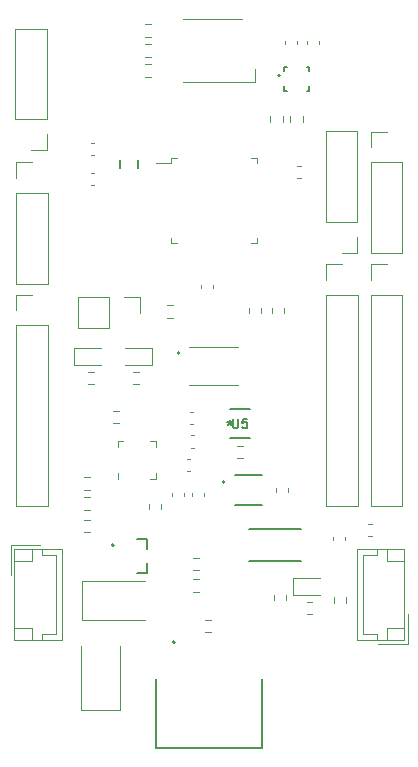
<source format=gbr>
%TF.GenerationSoftware,KiCad,Pcbnew,(6.0.5)*%
%TF.CreationDate,2022-07-28T20:20:27-06:00*%
%TF.ProjectId,transmitter,7472616e-736d-4697-9474-65722e6b6963,rev?*%
%TF.SameCoordinates,Original*%
%TF.FileFunction,Legend,Top*%
%TF.FilePolarity,Positive*%
%FSLAX46Y46*%
G04 Gerber Fmt 4.6, Leading zero omitted, Abs format (unit mm)*
G04 Created by KiCad (PCBNEW (6.0.5)) date 2022-07-28 20:20:27*
%MOMM*%
%LPD*%
G01*
G04 APERTURE LIST*
%ADD10C,0.150000*%
%ADD11C,0.120000*%
%ADD12C,0.127000*%
%ADD13C,0.200000*%
%ADD14C,0.152400*%
%ADD15C,0.100000*%
G04 APERTURE END LIST*
D10*
%TO.C,U5*%
X151000074Y-111368803D02*
X151000074Y-112006224D01*
X151037570Y-112081215D01*
X151075065Y-112118710D01*
X151150056Y-112156205D01*
X151300037Y-112156205D01*
X151375028Y-112118710D01*
X151412523Y-112081215D01*
X151450018Y-112006224D01*
X151450018Y-111368803D01*
X152199925Y-111368803D02*
X151824972Y-111368803D01*
X151787476Y-111743757D01*
X151824972Y-111706261D01*
X151899962Y-111668766D01*
X152087439Y-111668766D01*
X152162430Y-111706261D01*
X152199925Y-111743757D01*
X152237420Y-111818747D01*
X152237420Y-112006224D01*
X152199925Y-112081215D01*
X152162430Y-112118710D01*
X152087439Y-112156205D01*
X151899962Y-112156205D01*
X151824972Y-112118710D01*
X151787476Y-112081215D01*
X150736400Y-111506380D02*
X150736400Y-111744476D01*
X150498304Y-111649238D02*
X150736400Y-111744476D01*
X150974495Y-111649238D01*
X150593542Y-111934952D02*
X150736400Y-111744476D01*
X150879257Y-111934952D01*
D11*
%TO.C,J9*%
X133990000Y-122390000D02*
X133990000Y-123390000D01*
X132190000Y-122090000D02*
X132190000Y-124590000D01*
X133990000Y-129110000D02*
X132490000Y-129110000D01*
X134800000Y-122890000D02*
X136010000Y-122890000D01*
X132490000Y-122390000D02*
X132490000Y-130110000D01*
X136010000Y-122890000D02*
X136010000Y-129610000D01*
X133990000Y-130110000D02*
X133990000Y-129110000D01*
X132490000Y-130110000D02*
X136510000Y-130110000D01*
X133990000Y-123390000D02*
X132490000Y-123390000D01*
X136010000Y-129610000D02*
X134800000Y-129610000D01*
X134800000Y-129610000D02*
X134800000Y-130110000D01*
X134690000Y-122090000D02*
X132190000Y-122090000D01*
X134800000Y-122390000D02*
X134800000Y-122890000D01*
X136510000Y-130110000D02*
X136510000Y-122390000D01*
X136510000Y-122390000D02*
X132490000Y-122390000D01*
%TO.C,C2*%
X138959420Y-91610000D02*
X139240580Y-91610000D01*
X138959420Y-90590000D02*
X139240580Y-90590000D01*
%TO.C,J3*%
X158895000Y-99625000D02*
X158895000Y-98295000D01*
X158895000Y-100895000D02*
X161555000Y-100895000D01*
X161555000Y-100895000D02*
X161555000Y-118735000D01*
X158895000Y-100895000D02*
X158895000Y-118735000D01*
X158895000Y-118735000D02*
X161555000Y-118735000D01*
X158895000Y-98295000D02*
X160225000Y-98295000D01*
%TO.C,C18*%
X158310000Y-79640580D02*
X158310000Y-79359420D01*
X157290000Y-79640580D02*
X157290000Y-79359420D01*
%TO.C,R22*%
X144037258Y-79022500D02*
X143562742Y-79022500D01*
X144037258Y-77977500D02*
X143562742Y-77977500D01*
%TO.C,C15*%
X155710000Y-117259420D02*
X155710000Y-117540580D01*
X154690000Y-117259420D02*
X154690000Y-117540580D01*
%TO.C,R12*%
X138412742Y-118040000D02*
X138887258Y-118040000D01*
X138412742Y-119085000D02*
X138887258Y-119085000D01*
D12*
%TO.C,J10*%
X144530000Y-139250000D02*
X144530000Y-133420000D01*
X153470000Y-139250000D02*
X153470000Y-133420000D01*
X144530000Y-139250000D02*
X153470000Y-139250000D01*
D13*
X146100000Y-130300000D02*
G75*
G03*
X146100000Y-130300000I-100000J0D01*
G01*
D11*
%TO.C,C14*%
X147109420Y-115772500D02*
X147390580Y-115772500D01*
X147109420Y-114752500D02*
X147390580Y-114752500D01*
%TO.C,R1*%
X154477500Y-126262742D02*
X154477500Y-126737258D01*
X155522500Y-126262742D02*
X155522500Y-126737258D01*
D12*
%TO.C,U3*%
X151150000Y-118700000D02*
X153450000Y-118700000D01*
X151150000Y-116100000D02*
X153450000Y-116100000D01*
D13*
X150305000Y-116750000D02*
G75*
G03*
X150305000Y-116750000I-100000J0D01*
G01*
D11*
%TO.C,R16*%
X148137258Y-126022500D02*
X147662742Y-126022500D01*
X148137258Y-124977500D02*
X147662742Y-124977500D01*
%TO.C,C1*%
X138959420Y-87990000D02*
X139240580Y-87990000D01*
X138959420Y-89010000D02*
X139240580Y-89010000D01*
%TO.C,D2*%
X138150000Y-136000000D02*
X138150000Y-130600000D01*
X138150000Y-136000000D02*
X141450000Y-136000000D01*
X141450000Y-136000000D02*
X141450000Y-130600000D01*
%TO.C,J8*%
X135330000Y-92250000D02*
X135330000Y-99930000D01*
X132670000Y-99930000D02*
X135330000Y-99930000D01*
X132670000Y-92250000D02*
X135330000Y-92250000D01*
X132670000Y-89650000D02*
X134000000Y-89650000D01*
X132670000Y-90980000D02*
X132670000Y-89650000D01*
X132670000Y-92250000D02*
X132670000Y-99930000D01*
%TO.C,R4*%
X154177500Y-85762742D02*
X154177500Y-86237258D01*
X155222500Y-85762742D02*
X155222500Y-86237258D01*
%TO.C,C6*%
X156459420Y-91010000D02*
X156740580Y-91010000D01*
X156459420Y-89990000D02*
X156740580Y-89990000D01*
%TO.C,R21*%
X144037258Y-80722500D02*
X143562742Y-80722500D01*
X144037258Y-79677500D02*
X143562742Y-79677500D01*
%TO.C,R8*%
X153422500Y-101962742D02*
X153422500Y-102437258D01*
X152377500Y-101962742D02*
X152377500Y-102437258D01*
D12*
%TO.C,U4*%
X157430000Y-83630000D02*
X157430000Y-83230000D01*
X155370000Y-83630000D02*
X155370000Y-83230000D01*
X157250000Y-83630000D02*
X157430000Y-83630000D01*
X157430000Y-81570000D02*
X157430000Y-81970000D01*
X157250000Y-81570000D02*
X157430000Y-81570000D01*
X155370000Y-81970000D02*
X155370000Y-81570000D01*
X155550000Y-83630000D02*
X155370000Y-83630000D01*
X155370000Y-81570000D02*
X155550000Y-81570000D01*
D13*
X155000000Y-82300000D02*
G75*
G03*
X155000000Y-82300000I-100000J0D01*
G01*
D11*
%TO.C,R2*%
X160622500Y-126462742D02*
X160622500Y-126937258D01*
X159577500Y-126462742D02*
X159577500Y-126937258D01*
%TO.C,R15*%
X138762742Y-108422500D02*
X139237258Y-108422500D01*
X138762742Y-107377500D02*
X139237258Y-107377500D01*
%TO.C,R14*%
X142562742Y-108422500D02*
X143037258Y-108422500D01*
X142562742Y-107377500D02*
X143037258Y-107377500D01*
%TO.C,J4*%
X141775000Y-101070000D02*
X143105000Y-101070000D01*
X140505000Y-101070000D02*
X140505000Y-103730000D01*
X143105000Y-101070000D02*
X143105000Y-102400000D01*
X140505000Y-101070000D02*
X137905000Y-101070000D01*
X140505000Y-103730000D02*
X137905000Y-103730000D01*
X137905000Y-101070000D02*
X137905000Y-103730000D01*
%TO.C,D7*%
X146800000Y-77500000D02*
X151800000Y-77500000D01*
X152900000Y-82900000D02*
X146800000Y-82900000D01*
X152900000Y-81800000D02*
X152900000Y-82900000D01*
%TO.C,R20*%
X144037258Y-81377500D02*
X143562742Y-81377500D01*
X144037258Y-82422500D02*
X143562742Y-82422500D01*
%TO.C,R13*%
X138412742Y-120985000D02*
X138887258Y-120985000D01*
X138412742Y-119940000D02*
X138887258Y-119940000D01*
%TO.C,C19*%
X147640580Y-110790000D02*
X147359420Y-110790000D01*
X147640580Y-111810000D02*
X147359420Y-111810000D01*
%TO.C,R23*%
X151362742Y-113677500D02*
X151837258Y-113677500D01*
X151362742Y-114722500D02*
X151837258Y-114722500D01*
%TO.C,J2*%
X135230000Y-88630000D02*
X133900000Y-88630000D01*
X135230000Y-78350000D02*
X132570000Y-78350000D01*
X135230000Y-87300000D02*
X135230000Y-88630000D01*
X135230000Y-86030000D02*
X132570000Y-86030000D01*
X132570000Y-86030000D02*
X132570000Y-78350000D01*
X135230000Y-86030000D02*
X135230000Y-78350000D01*
%TO.C,R7*%
X155322500Y-102437258D02*
X155322500Y-101962742D01*
X154277500Y-102437258D02*
X154277500Y-101962742D01*
%TO.C,C17*%
X155390000Y-79640580D02*
X155390000Y-79359420D01*
X156410000Y-79640580D02*
X156410000Y-79359420D01*
%TO.C,C10*%
X159490000Y-121359420D02*
X159490000Y-121640580D01*
X160510000Y-121359420D02*
X160510000Y-121640580D01*
D14*
%TO.C,U5*%
X152412800Y-110580800D02*
X150787200Y-110580800D01*
X150787200Y-113019200D02*
X152412800Y-113019200D01*
D11*
%TO.C,C11*%
X162459420Y-121310000D02*
X162740580Y-121310000D01*
X162459420Y-120290000D02*
X162740580Y-120290000D01*
%TO.C,J5*%
X132670000Y-102200000D02*
X132670000Y-100870000D01*
X132670000Y-103470000D02*
X135330000Y-103470000D01*
X132670000Y-100870000D02*
X134000000Y-100870000D01*
X132670000Y-103470000D02*
X132670000Y-118770000D01*
X132670000Y-118770000D02*
X135330000Y-118770000D01*
X135330000Y-103470000D02*
X135330000Y-118770000D01*
%TO.C,R6*%
X145462742Y-102822500D02*
X145937258Y-102822500D01*
X145462742Y-101777500D02*
X145937258Y-101777500D01*
%TO.C,D4*%
X137515000Y-105365000D02*
X137515000Y-106835000D01*
X137515000Y-106835000D02*
X139800000Y-106835000D01*
X139800000Y-105365000D02*
X137515000Y-105365000D01*
%TO.C,U2*%
X144460000Y-115997500D02*
X144460000Y-116472500D01*
X141240000Y-113252500D02*
X141715000Y-113252500D01*
X144460000Y-116472500D02*
X143985000Y-116472500D01*
X144460000Y-113252500D02*
X143985000Y-113252500D01*
X141240000Y-113727500D02*
X141240000Y-113252500D01*
X141240000Y-115997500D02*
X141240000Y-116472500D01*
X144460000Y-113727500D02*
X144460000Y-113252500D01*
%TO.C,D3*%
X141900000Y-106835000D02*
X144185000Y-106835000D01*
X144185000Y-106835000D02*
X144185000Y-105365000D01*
X144185000Y-105365000D02*
X141900000Y-105365000D01*
D12*
%TO.C,Q1*%
X143750000Y-124450000D02*
X143750000Y-123625000D01*
X142895000Y-124450000D02*
X143750000Y-124450000D01*
X143750000Y-121550000D02*
X142895000Y-121550000D01*
X143750000Y-122375000D02*
X143750000Y-121550000D01*
D13*
X140930000Y-122080000D02*
G75*
G03*
X140930000Y-122080000I-100000J0D01*
G01*
D11*
%TO.C,R17*%
X147662742Y-123177500D02*
X148137258Y-123177500D01*
X147662742Y-124222500D02*
X148137258Y-124222500D01*
D12*
%TO.C,Y1*%
X141450000Y-89450000D02*
X141450000Y-90150000D01*
X142950000Y-89450000D02*
X142950000Y-90150000D01*
D11*
%TO.C,J1*%
X165510000Y-122390000D02*
X161490000Y-122390000D01*
X161490000Y-122390000D02*
X161490000Y-130110000D01*
X164010000Y-123390000D02*
X165510000Y-123390000D01*
X163200000Y-129610000D02*
X161990000Y-129610000D01*
X161490000Y-130110000D02*
X165510000Y-130110000D01*
X163200000Y-122890000D02*
X163200000Y-122390000D01*
X163200000Y-130110000D02*
X163200000Y-129610000D01*
X165810000Y-130410000D02*
X165810000Y-127910000D01*
X161990000Y-129610000D02*
X161990000Y-122890000D01*
X164010000Y-122390000D02*
X164010000Y-123390000D01*
X163310000Y-130410000D02*
X165810000Y-130410000D01*
X164010000Y-129110000D02*
X165510000Y-129110000D01*
X161990000Y-122890000D02*
X163200000Y-122890000D01*
X164010000Y-130110000D02*
X164010000Y-129110000D01*
X165510000Y-130110000D02*
X165510000Y-122390000D01*
%TO.C,R3*%
X157737258Y-127922500D02*
X157262742Y-127922500D01*
X157737258Y-126877500D02*
X157262742Y-126877500D01*
%TO.C,J7*%
X165355000Y-89670000D02*
X165355000Y-97350000D01*
X162695000Y-88400000D02*
X162695000Y-87070000D01*
X162695000Y-89670000D02*
X165355000Y-89670000D01*
X162695000Y-97350000D02*
X165355000Y-97350000D01*
X162695000Y-87070000D02*
X164025000Y-87070000D01*
X162695000Y-89670000D02*
X162695000Y-97350000D01*
%TO.C,R10*%
X143877500Y-119037258D02*
X143877500Y-118562742D01*
X144922500Y-119037258D02*
X144922500Y-118562742D01*
%TO.C,R9*%
X138412742Y-117385000D02*
X138887258Y-117385000D01*
X138412742Y-116340000D02*
X138887258Y-116340000D01*
D15*
%TO.C,SW1*%
X147300000Y-105300000D02*
X151475000Y-105300000D01*
X147300000Y-108500000D02*
X151475000Y-108500000D01*
D13*
X146400000Y-105700000D02*
G75*
G03*
X146400000Y-105900000I0J-100000D01*
G01*
X146400000Y-105900000D02*
G75*
G03*
X146400000Y-105700000I0J100000D01*
G01*
D11*
%TO.C,C16*%
X147740580Y-112790000D02*
X147459420Y-112790000D01*
X147740580Y-113810000D02*
X147459420Y-113810000D01*
%TO.C,U1*%
X146240000Y-89290000D02*
X145790000Y-89290000D01*
X152560000Y-89290000D02*
X153010000Y-89290000D01*
X153010000Y-89290000D02*
X153010000Y-89740000D01*
X145790000Y-96510000D02*
X145790000Y-96060000D01*
X152560000Y-96510000D02*
X153010000Y-96510000D01*
X145790000Y-89740000D02*
X144500000Y-89740000D01*
X153010000Y-96510000D02*
X153010000Y-96060000D01*
X145790000Y-89290000D02*
X145790000Y-89740000D01*
X146240000Y-96510000D02*
X145790000Y-96510000D01*
%TO.C,J6*%
X161530000Y-96000000D02*
X161530000Y-97330000D01*
X161530000Y-97330000D02*
X160200000Y-97330000D01*
X161530000Y-87050000D02*
X158870000Y-87050000D01*
X158870000Y-94730000D02*
X158870000Y-87050000D01*
X161530000Y-94730000D02*
X161530000Y-87050000D01*
X161530000Y-94730000D02*
X158870000Y-94730000D01*
%TO.C,R5*%
X156922500Y-86237258D02*
X156922500Y-85762742D01*
X155877500Y-86237258D02*
X155877500Y-85762742D01*
%TO.C,C13*%
X148560000Y-117621920D02*
X148560000Y-117903080D01*
X147540000Y-117621920D02*
X147540000Y-117903080D01*
%TO.C,J11*%
X162695000Y-100895000D02*
X162695000Y-118735000D01*
X162695000Y-99625000D02*
X162695000Y-98295000D01*
X162695000Y-100895000D02*
X165355000Y-100895000D01*
X165355000Y-100895000D02*
X165355000Y-118735000D01*
X162695000Y-98295000D02*
X164025000Y-98295000D01*
X162695000Y-118735000D02*
X165355000Y-118735000D01*
%TO.C,D1*%
X158400000Y-124865000D02*
X156115000Y-124865000D01*
X156115000Y-126335000D02*
X158400000Y-126335000D01*
X156115000Y-124865000D02*
X156115000Y-126335000D01*
%TO.C,R18*%
X148662742Y-128377500D02*
X149137258Y-128377500D01*
X148662742Y-129422500D02*
X149137258Y-129422500D01*
%TO.C,D6*%
X138200000Y-125150000D02*
X143600000Y-125150000D01*
X138200000Y-125150000D02*
X138200000Y-128450000D01*
X138200000Y-128450000D02*
X143600000Y-128450000D01*
%TO.C,R11*%
X140862742Y-111722500D02*
X141337258Y-111722500D01*
X140862742Y-110677500D02*
X141337258Y-110677500D01*
%TO.C,C12*%
X145840000Y-117621920D02*
X145840000Y-117903080D01*
X146860000Y-117621920D02*
X146860000Y-117903080D01*
D12*
%TO.C,D5*%
X156800000Y-123450000D02*
X152400000Y-123450000D01*
X152400000Y-120750000D02*
X156800000Y-120750000D01*
D11*
%TO.C,C7*%
X148290000Y-100059420D02*
X148290000Y-100340580D01*
X149310000Y-100059420D02*
X149310000Y-100340580D01*
%TD*%
M02*

</source>
